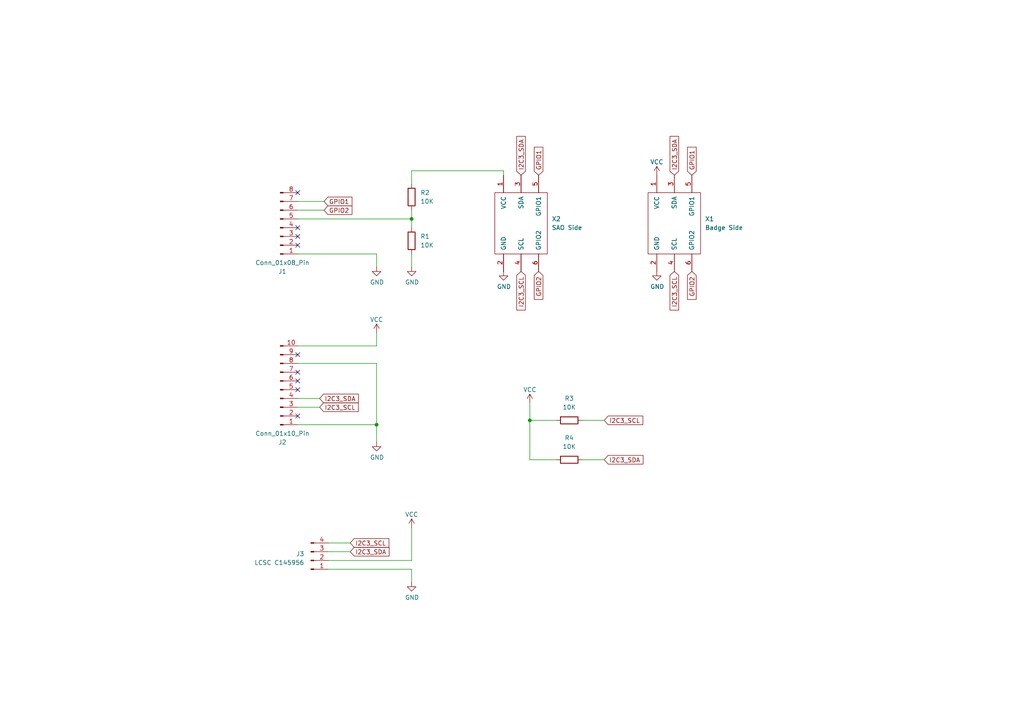
<source format=kicad_sch>
(kicad_sch (version 20240819) (generator "eeschema") (generator_version "8.99")
  (paper "A4")
  (title_block (title "Flipper Zero SAO Debug") (date "2024-10-05") (rev "1.0") (company "HXR.DK") (comment 1 "CC-BY-SA"))
  (lib_symbols
    (symbol "Connector:Conn_01x04_Male" (pin_names (offset 1.016) hide)
      (property "Reference" "J" (at 0 5.08 0))
      (property "Value" "Conn_01x04_Male" (at 0 -7.62 0))
      (symbol "Conn_01x04_Male_1_1"
        (rectangle (start 0.8636 2.667) (end 0 2.413) (stroke (width 0.1524)) (fill (type outline)))
        (rectangle (start 0.8636 0.127) (end 0 -0.127) (stroke (width 0.1524)) (fill (type outline)))
        (rectangle (start 0.8636 -2.413) (end 0 -2.667) (stroke (width 0.1524)) (fill (type outline)))
        (rectangle (start 0.8636 -4.953) (end 0 -5.207) (stroke (width 0.1524)) (fill (type outline)))
        (polyline (pts (xy 1.27 2.54) (xy 0.8636 2.54)) (stroke (width 0.1524)))
        (polyline (pts (xy 1.27 0) (xy 0.8636 0)) (stroke (width 0.1524)))
        (polyline (pts (xy 1.27 -2.54) (xy 0.8636 -2.54)) (stroke (width 0.1524)))
        (polyline (pts (xy 1.27 -5.08) (xy 0.8636 -5.08)) (stroke (width 0.1524)))
        (pin passive line (at 5.08 2.54 180) (length 3.81) (name "Pin_1") (number "1"))
        (pin passive line (at 5.08 0 180) (length 3.81) (name "Pin_2") (number "2"))
        (pin passive line (at 5.08 -2.54 180) (length 3.81) (name "Pin_3") (number "3"))
        (pin passive line (at 5.08 -5.08 180) (length 3.81) (name "Pin_4") (number "4"))
      )
    )
    (symbol "Connector:Conn_01x08_Pin" (pin_names (offset 1.016) hide)
      (property "Reference" "J" (at 0 10.16 0))
      (property "Value" "Conn_01x08_Pin" (at 0 -12.7 0))
      (symbol "Conn_01x08_Pin_1_1"
        (rectangle (start 0.8636 7.747) (end 0 7.493) (stroke (width 0.1524)) (fill (type outline)))
        (rectangle (start 0.8636 5.207) (end 0 4.953) (stroke (width 0.1524)) (fill (type outline)))
        (rectangle (start 0.8636 2.667) (end 0 2.413) (stroke (width 0.1524)) (fill (type outline)))
        (rectangle (start 0.8636 0.127) (end 0 -0.127) (stroke (width 0.1524)) (fill (type outline)))
        (rectangle (start 0.8636 -2.413) (end 0 -2.667) (stroke (width 0.1524)) (fill (type outline)))
        (rectangle (start 0.8636 -4.953) (end 0 -5.207) (stroke (width 0.1524)) (fill (type outline)))
        (rectangle (start 0.8636 -7.493) (end 0 -7.747) (stroke (width 0.1524)) (fill (type outline)))
        (rectangle (start 0.8636 -10.033) (end 0 -10.287) (stroke (width 0.1524)) (fill (type outline)))
        (polyline (pts (xy 1.27 7.62) (xy 0.8636 7.62)) (stroke (width 0.1524)))
        (polyline (pts (xy 1.27 5.08) (xy 0.8636 5.08)) (stroke (width 0.1524)))
        (polyline (pts (xy 1.27 2.54) (xy 0.8636 2.54)) (stroke (width 0.1524)))
        (polyline (pts (xy 1.27 0) (xy 0.8636 0)) (stroke (width 0.1524)))
        (polyline (pts (xy 1.27 -2.54) (xy 0.8636 -2.54)) (stroke (width 0.1524)))
        (polyline (pts (xy 1.27 -5.08) (xy 0.8636 -5.08)) (stroke (width 0.1524)))
        (polyline (pts (xy 1.27 -7.62) (xy 0.8636 -7.62)) (stroke (width 0.1524)))
        (polyline (pts (xy 1.27 -10.16) (xy 0.8636 -10.16)) (stroke (width 0.1524)))
        (pin passive line (at 5.08 7.62 180) (length 3.81) (name "Pin_1") (number "1"))
        (pin passive line (at 5.08 5.08 180) (length 3.81) (name "Pin_2") (number "2"))
        (pin passive line (at 5.08 2.54 180) (length 3.81) (name "Pin_3") (number "3"))
        (pin passive line (at 5.08 0 180) (length 3.81) (name "Pin_4") (number "4"))
        (pin passive line (at 5.08 -2.54 180) (length 3.81) (name "Pin_5") (number "5"))
        (pin passive line (at 5.08 -5.08 180) (length 3.81) (name "Pin_6") (number "6"))
        (pin passive line (at 5.08 -7.62 180) (length 3.81) (name "Pin_7") (number "7"))
        (pin passive line (at 5.08 -10.16 180) (length 3.81) (name "Pin_8") (number "8"))
      )
    )
    (symbol "Connector:Conn_01x10_Pin" (pin_names (offset 1.016) hide)
      (property "Reference" "J" (at 0 12.7 0))
      (property "Value" "Conn_01x10_Pin" (at 0 -15.24 0))
      (symbol "Conn_01x10_Pin_1_1"
        (rectangle (start 0.8636 10.287) (end 0 10.033) (stroke (width 0.1524)) (fill (type outline)))
        (rectangle (start 0.8636 7.747) (end 0 7.493) (stroke (width 0.1524)) (fill (type outline)))
        (rectangle (start 0.8636 5.207) (end 0 4.953) (stroke (width 0.1524)) (fill (type outline)))
        (rectangle (start 0.8636 2.667) (end 0 2.413) (stroke (width 0.1524)) (fill (type outline)))
        (rectangle (start 0.8636 0.127) (end 0 -0.127) (stroke (width 0.1524)) (fill (type outline)))
        (rectangle (start 0.8636 -2.413) (end 0 -2.667) (stroke (width 0.1524)) (fill (type outline)))
        (rectangle (start 0.8636 -4.953) (end 0 -5.207) (stroke (width 0.1524)) (fill (type outline)))
        (rectangle (start 0.8636 -7.493) (end 0 -7.747) (stroke (width 0.1524)) (fill (type outline)))
        (rectangle (start 0.8636 -10.033) (end 0 -10.287) (stroke (width 0.1524)) (fill (type outline)))
        (rectangle (start 0.8636 -12.573) (end 0 -12.827) (stroke (width 0.1524)) (fill (type outline)))
        (polyline (pts (xy 1.27 10.16) (xy 0.8636 10.16)) (stroke (width 0.1524)))
        (polyline (pts (xy 1.27 7.62) (xy 0.8636 7.62)) (stroke (width 0.1524)))
        (polyline (pts (xy 1.27 5.08) (xy 0.8636 5.08)) (stroke (width 0.1524)))
        (polyline (pts (xy 1.27 2.54) (xy 0.8636 2.54)) (stroke (width 0.1524)))
        (polyline (pts (xy 1.27 0) (xy 0.8636 0)) (stroke (width 0.1524)))
        (polyline (pts (xy 1.27 -2.54) (xy 0.8636 -2.54)) (stroke (width 0.1524)))
        (polyline (pts (xy 1.27 -5.08) (xy 0.8636 -5.08)) (stroke (width 0.1524)))
        (polyline (pts (xy 1.27 -7.62) (xy 0.8636 -7.62)) (stroke (width 0.1524)))
        (polyline (pts (xy 1.27 -10.16) (xy 0.8636 -10.16)) (stroke (width 0.1524)))
        (polyline (pts (xy 1.27 -12.7) (xy 0.8636 -12.7)) (stroke (width 0.1524)))
        (pin passive line (at 5.08 10.16 180) (length 3.81) (name "Pin_1") (number "1"))
        (pin passive line (at 5.08 7.62 180) (length 3.81) (name "Pin_2") (number "2"))
        (pin passive line (at 5.08 5.08 180) (length 3.81) (name "Pin_3") (number "3"))
        (pin passive line (at 5.08 2.54 180) (length 3.81) (name "Pin_4") (number "4"))
        (pin passive line (at 5.08 0 180) (length 3.81) (name "Pin_5") (number "5"))
        (pin passive line (at 5.08 -2.54 180) (length 3.81) (name "Pin_6") (number "6"))
        (pin passive line (at 5.08 -5.08 180) (length 3.81) (name "Pin_7") (number "7"))
        (pin passive line (at 5.08 -7.62 180) (length 3.81) (name "Pin_8") (number "8"))
        (pin passive line (at 5.08 -10.16 180) (length 3.81) (name "Pin_9") (number "9"))
        (pin passive line (at 5.08 -12.7 180) (length 3.81) (name "Pin_10") (number "10"))
      )
    )
    (symbol "Device:R" (pin_numbers hide) (pin_names (offset 0))
      (property "Reference" "R" (at 2.032 0 90))
      (property "Value" "R" (at 0 0 90))
      (symbol "R_0_1"
        (rectangle (start -1.016 -2.54) (end 1.016 2.54) (stroke (width 0.254)))
      )
      (symbol "R_1_1"
        (pin passive line (at 0 3.81 270) (length 1.27) (name "~") (number "1"))
        (pin passive line (at 0 -3.81 90) (length 1.27) (name "~") (number "2"))
      )
    )
    (symbol "badgelife_shitty_addon_v169bis:Badgelife_sao_connector_v169bis" (pin_names (offset 1.016))
      (property "Reference" "X" (at 0 0 0))
      (property "Value" "Badgelife_sao_connector_v169bis" (at 0 20.32 0))
      (symbol "Badgelife_sao_connector_v169bis_0_1"
        (rectangle (start -7.62 8.89) (end 7.62 -8.89))
      )
      (symbol "Badgelife_sao_connector_v169bis_1_1"
        (pin input line (at -5.08 13.97 270) (length 5.08) (name "VCC") (number "1"))
        (pin input line (at -5.08 -13.97 90) (length 5.08) (name "GND") (number "2"))
        (pin input line (at 0 13.97 270) (length 5.08) (name "SDA") (number "3"))
        (pin input line (at 0 -13.97 90) (length 5.08) (name "SCL") (number "4"))
        (pin input line (at 5.08 13.97 270) (length 5.08) (name "GPIO1") (number "5"))
        (pin input line (at 5.08 -13.97 90) (length 5.08) (name "GPIO2") (number "6"))
      )
    )
    (symbol "power:GND" (power) (pin_numbers hide) (pin_names (offset 0) hide)
      (property "Value" "GND" (at 0 -3.81 0))
      (symbol "GND_0_1"
        (polyline (pts (xy 0 0) (xy 0 -1.27) (xy 1.27 -1.27) (xy 0 -2.54) (xy -1.27 -1.27) (xy 0 -1.27)))
      )
      (symbol "GND_1_1"
        (pin power_in line (at 0 0 270) (length 0) (name "~") (number "1"))
      )
    )
    (symbol "power:VCC" (power) (pin_names (offset 0))
      (property "Value" "VCC" (at 0 3.81 0))
      (symbol "VCC_0_1"
        (polyline (pts (xy -0.762 1.27) (xy 0 2.54)))
        (polyline (pts (xy 0 2.54) (xy 0.762 1.27)))
        (polyline (pts (xy 0 0) (xy 0 2.54)))
      )
      (symbol "VCC_1_1"
        (pin power_in line (at 0 0 90) (length 0) hide (name "VCC") (number "1"))
      )
    )
  )
  (junction (at 109.22 123.19))
  (junction (at 153.67 121.92))
  (junction (at 119.38 63.5))
  (no_connect (at 86.36 68.58))
  (no_connect (at 86.36 107.95))
  (no_connect (at 86.36 66.04))
  (no_connect (at 86.36 110.49))
  (no_connect (at 86.36 113.03))
  (no_connect (at 86.36 102.87))
  (no_connect (at 86.36 55.88))
  (no_connect (at 86.36 120.65))
  (no_connect (at 86.36 71.12))
  (wire (pts (xy 153.67 133.35) (xy 161.29 133.35)))
  (wire (pts (xy 86.36 123.19) (xy 109.22 123.19)))
  (wire (pts (xy 86.36 118.11) (xy 92.71 118.11)))
  (wire (pts (xy 86.36 105.41) (xy 109.22 105.41)))
  (wire (pts (xy 109.22 123.19) (xy 109.22 128.27)))
  (wire (pts (xy 119.38 73.66) (xy 119.38 77.47)))
  (wire (pts (xy 153.67 121.92) (xy 161.29 121.92)))
  (wire (pts (xy 95.25 165.1) (xy 119.38 165.1)))
  (wire (pts (xy 95.25 162.56) (xy 119.38 162.56)))
  (wire (pts (xy 109.22 105.41) (xy 109.22 123.19)))
  (wire (pts (xy 119.38 153.035) (xy 119.38 162.56)))
  (wire (pts (xy 119.38 53.34) (xy 119.38 49.53)))
  (wire (pts (xy 153.67 121.92) (xy 153.67 133.35)))
  (wire (pts (xy 86.36 63.5) (xy 119.38 63.5)))
  (wire (pts (xy 119.38 165.1) (xy 119.38 168.91)))
  (wire (pts (xy 153.67 116.84) (xy 153.67 121.92)))
  (wire (pts (xy 168.91 121.92) (xy 175.26 121.92)))
  (wire (pts (xy 86.36 60.96) (xy 93.98 60.96)))
  (wire (pts (xy 119.38 63.5) (xy 119.38 66.04)))
  (wire (pts (xy 86.36 73.66) (xy 109.22 73.66)))
  (wire (pts (xy 86.36 100.33) (xy 109.22 100.33)))
  (wire (pts (xy 168.91 133.35) (xy 175.26 133.35)))
  (wire (pts (xy 95.25 160.02) (xy 101.6 160.02)))
  (wire (pts (xy 86.36 115.57) (xy 92.71 115.57)))
  (wire (pts (xy 86.36 58.42) (xy 93.98 58.42)))
  (wire (pts (xy 109.22 73.66) (xy 109.22 77.47)))
  (wire (pts (xy 95.25 157.48) (xy 101.6 157.48)))
  (wire (pts (xy 146.05 49.53) (xy 146.05 50.8)))
  (wire (pts (xy 119.38 49.53) (xy 146.05 49.53)))
  (wire (pts (xy 119.38 63.5) (xy 119.38 60.96)))
  (wire (pts (xy 109.22 100.33) (xy 109.22 96.52)))
  (global_label "GPIO1" (shape input) (at 200.66 50.8 90) (property "Intersheetrefs" "${INTERSHEET_REFS}" (effects (hide yes))))
  (global_label "GPIO2" (shape input) (at 200.66 78.74 270) (property "Intersheetrefs" "${INTERSHEET_REFS}" (effects (hide yes))))
  (global_label "I2C3_SDA" (shape input) (at 92.71 115.57 0) (property "Intersheetrefs" "${INTERSHEET_REFS}" (effects (hide yes))))
  (global_label "GPIO1" (shape input) (at 93.98 58.42 0) (property "Intersheetrefs" "${INTERSHEET_REFS}" (effects (hide yes))))
  (global_label "GPIO2" (shape input) (at 156.21 78.74 270) (property "Intersheetrefs" "${INTERSHEET_REFS}" (effects (hide yes))))
  (global_label "I2C3_SDA" (shape input) (at 175.26 133.35 0) (property "Intersheetrefs" "${INTERSHEET_REFS}" (effects (hide yes))))
  (global_label "GPIO2" (shape input) (at 93.98 60.96 0) (property "Intersheetrefs" "${INTERSHEET_REFS}" (effects (hide yes))))
  (global_label "I2C3_SCL" (shape input) (at 151.13 78.74 270) (property "Intersheetrefs" "${INTERSHEET_REFS}" (effects (hide yes))))
  (global_label "GPIO1" (shape input) (at 156.21 50.8 90) (property "Intersheetrefs" "${INTERSHEET_REFS}" (effects (hide yes))))
  (global_label "I2C3_SDA" (shape input) (at 195.58 50.8 90) (property "Intersheetrefs" "${INTERSHEET_REFS}" (effects (hide yes))))
  (global_label "I2C3_SCL" (shape input) (at 92.71 118.11 0) (property "Intersheetrefs" "${INTERSHEET_REFS}" (effects (hide yes))))
  (global_label "I2C3_SDA" (shape input) (at 101.6 160.02 0) (property "Intersheetrefs" "${INTERSHEET_REFS}" (effects (hide yes))))
  (global_label "I2C3_SCL" (shape input) (at 195.58 78.74 270) (property "Intersheetrefs" "${INTERSHEET_REFS}" (effects (hide yes))))
  (global_label "I2C3_SCL" (shape input) (at 101.6 157.48 0) (property "Intersheetrefs" "${INTERSHEET_REFS}" (effects (hide yes))))
  (global_label "I2C3_SCL" (shape input) (at 175.26 121.92 0) (property "Intersheetrefs" "${INTERSHEET_REFS}" (effects (hide yes))))
  (global_label "I2C3_SDA" (shape input) (at 151.13 50.8 90) (property "Intersheetrefs" "${INTERSHEET_REFS}" (effects (hide yes))))
  (symbol (lib_id "Connector:Conn_01x08_Pin") (at 81.28 66.04 0) (mirror x) (unit 1)
    (property "Reference" "J1" (at 81.915 78.74 0))
    (property "Value" "Conn_01x08_Pin" (at 81.915 76.2 0))
    (property "Footprint" "Connector_PinHeader_2.54mm:PinHeader_1x08_P2.54mm_Horizontal" (effects (hide yes)))
    (property "Description" "Generic connector, single row, 01x08, script generated" (effects (hide yes)))
  )
  (symbol (lib_id "Connector:Conn_01x04_Male") (at 90.17 162.56 0) (mirror x) (unit 1)
    (property "Reference" "J3" (at 88.265 160.6549 0) (effects (justify right)))
    (property "Value" "LCSC C145956" (at 88.265 163.1949 0) (effects (justify right)))
    (property "Footprint" "Connector_JST:JST_SH_SM04B-SRSS-TB_1x04-1MP_P1.00mm_Horizontal" (effects (hide yes)))
  )
  (symbol (lib_id "power:GND") (at 109.22 128.27 0) (unit 1)
    (property "Reference" "#PWR06" (effects (hide yes)))
    (property "Value" "GND" (at 109.347 132.6642 0))
  )
  (symbol (lib_id "Device:R") (at 165.1 121.92 90) (unit 1)
    (property "Reference" "R3" (at 165.1 115.57 90))
    (property "Value" "10K" (at 165.1 118.11 90))
    (property "Footprint" "Resistor_SMD:R_0603_1608Metric" (effects (hide yes)))
    (property "Description" "Resistor" (effects (hide yes)))
  )
  (symbol (lib_id "power:VCC") (at 109.22 96.52 0) (unit 1)
    (property "Reference" "#PWR010" (effects (hide yes)))
    (property "Value" "VCC" (at 109.22 92.71 0))
  )
  (symbol (lib_id "Device:R") (at 119.38 69.85 0) (unit 1)
    (property "Reference" "R1" (at 121.92 68.5799 0) (effects (justify left)))
    (property "Value" "10K" (at 121.92 71.1199 0) (effects (justify left)))
    (property "Footprint" "Resistor_SMD:R_0603_1608Metric" (effects (hide yes)))
    (property "Description" "Resistor" (effects (hide yes)))
  )
  (symbol (lib_id "Connector:Conn_01x10_Pin") (at 81.28 113.03 0) (mirror x) (unit 1)
    (property "Reference" "J2" (at 81.915 128.27 0))
    (property "Value" "Conn_01x10_Pin" (at 81.915 125.73 0))
    (property "Footprint" "Connector_PinHeader_2.54mm:PinHeader_1x10_P2.54mm_Horizontal" (effects (hide yes)))
    (property "Description" "Generic connector, single row, 01x10, script generated" (effects (hide yes)))
  )
  (symbol (lib_id "badgelife_shitty_addon_v169bis:Badgelife_sao_connector_v169bis") (at 151.13 64.77 0) (unit 1)
    (property "Reference" "X2" (at 160.02 63.4999 0) (effects (justify left)))
    (property "Value" "SAO Side" (at 160.02 66.0399 0) (effects (justify left)))
    (property "Footprint" "badgelife_sao_v169bis:Badgelife-SAOv169-SAO-2x3" (effects (hide yes)))
  )
  (symbol (lib_id "power:GND") (at 109.22 77.47 0) (unit 1)
    (property "Reference" "#PWR07" (effects (hide yes)))
    (property "Value" "GND" (at 109.347 81.8642 0))
  )
  (symbol (lib_id "power:VCC") (at 190.5 50.8 0) (unit 1)
    (property "Reference" "#PWR05" (effects (hide yes)))
    (property "Value" "VCC" (at 190.5 46.99 0))
  )
  (symbol (lib_id "Device:R") (at 119.38 57.15 0) (unit 1)
    (property "Reference" "R2" (at 121.92 55.8799 0) (effects (justify left)))
    (property "Value" "10K" (at 121.92 58.4199 0) (effects (justify left)))
    (property "Footprint" "Resistor_SMD:R_0603_1608Metric" (effects (hide yes)))
    (property "Description" "Resistor" (effects (hide yes)))
  )
  (symbol (lib_id "power:GND") (at 146.05 78.74 0) (unit 1)
    (property "Reference" "#PWR04" (effects (hide yes)))
    (property "Value" "GND" (at 146.177 83.1342 0))
  )
  (symbol (lib_id "power:GND") (at 119.38 77.47 0) (unit 1)
    (property "Reference" "#PWR08" (effects (hide yes)))
    (property "Value" "GND" (at 119.507 81.8642 0))
  )
  (symbol (lib_id "power:GND") (at 119.38 168.91 0) (unit 1)
    (property "Reference" "#PWR02" (effects (hide yes)))
    (property "Value" "GND" (at 119.507 173.3042 0))
  )
  (symbol (lib_id "power:GND") (at 190.5 78.74 0) (unit 1)
    (property "Reference" "#PWR03" (effects (hide yes)))
    (property "Value" "GND" (at 190.627 83.1342 0))
  )
  (symbol (lib_id "Device:R") (at 165.1 133.35 90) (unit 1)
    (property "Reference" "R4" (at 165.1 127 90))
    (property "Value" "10K" (at 165.1 129.54 90))
    (property "Footprint" "Resistor_SMD:R_0603_1608Metric" (effects (hide yes)))
    (property "Description" "Resistor" (effects (hide yes)))
  )
  (symbol (lib_id "badgelife_shitty_addon_v169bis:Badgelife_sao_connector_v169bis") (at 195.58 64.77 0) (unit 1)
    (property "Reference" "X1" (at 204.47 63.4999 0) (effects (justify left)))
    (property "Value" "Badge Side" (at 204.47 66.0399 0) (effects (justify left)))
    (property "Footprint" "badgelife_sao_v169bis:Badgelife-SAOv169-BADGE-2x3" (effects (hide yes)))
  )
  (symbol (lib_id "power:VCC") (at 153.67 116.84 0) (unit 1)
    (property "Reference" "#PWR09" (effects (hide yes)))
    (property "Value" "VCC" (at 153.67 113.03 0))
  )
  (symbol (lib_id "power:VCC") (at 119.38 153.035 0) (unit 1)
    (property "Reference" "#PWR01" (effects (hide yes)))
    (property "Value" "VCC" (at 119.38 149.225 0))
  )
)
</source>
